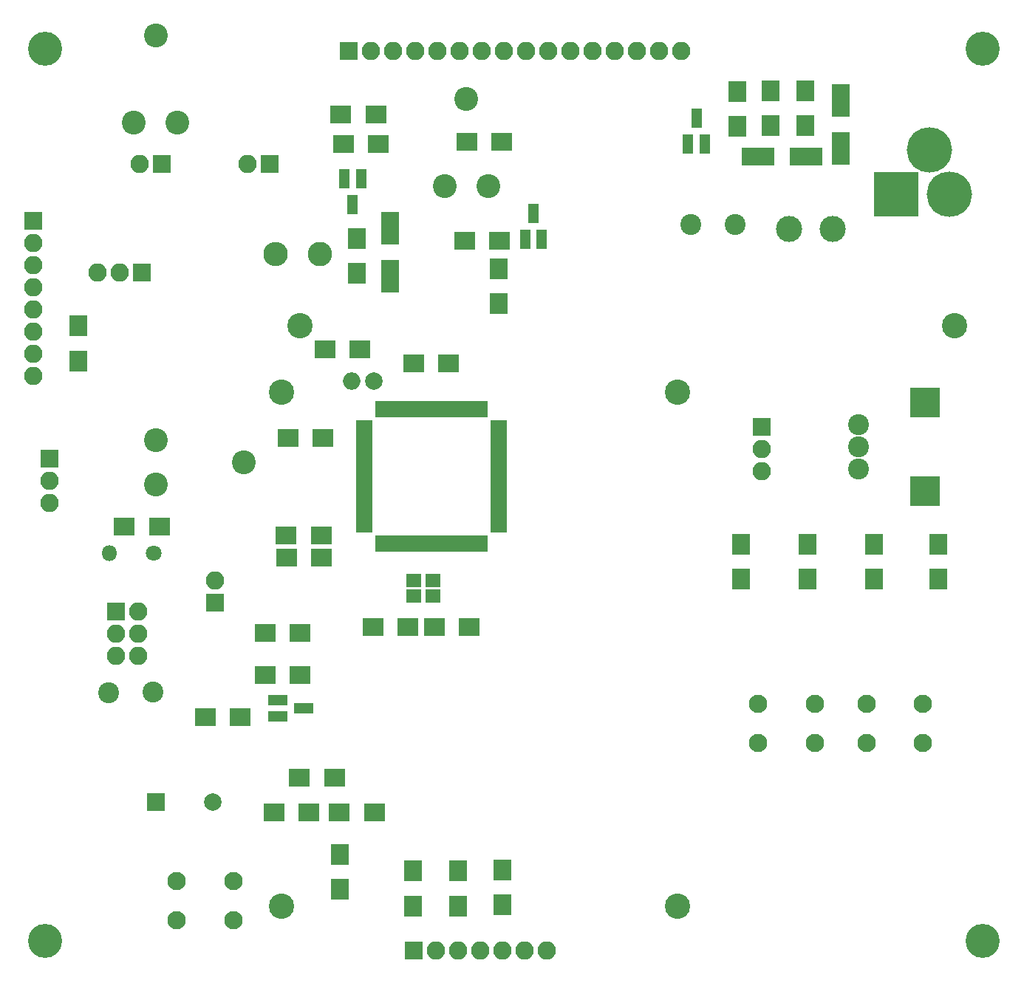
<source format=gts>
G04 #@! TF.FileFunction,Soldermask,Top*
%FSLAX46Y46*%
G04 Gerber Fmt 4.6, Leading zero omitted, Abs format (unit mm)*
G04 Created by KiCad (PCBNEW 4.0.7-e2-6376~61~ubuntu18.04.1) date Sat Mar 13 17:21:18 2021*
%MOMM*%
%LPD*%
G01*
G04 APERTURE LIST*
%ADD10C,0.100000*%
%ADD11R,1.900000X0.950000*%
%ADD12R,0.950000X1.900000*%
%ADD13C,2.740000*%
%ADD14R,2.400000X2.000000*%
%ADD15R,2.000000X2.000000*%
%ADD16C,2.000000*%
%ADD17R,2.000000X2.400000*%
%ADD18R,2.100000X2.400000*%
%ADD19R,3.700000X2.100000*%
%ADD20R,2.100000X3.700000*%
%ADD21C,2.400000*%
%ADD22C,5.200000*%
%ADD23R,5.200000X5.200000*%
%ADD24R,2.100000X2.100000*%
%ADD25O,2.100000X2.100000*%
%ADD26C,2.900000*%
%ADD27C,3.900000*%
%ADD28C,3.000000*%
%ADD29R,1.200000X2.300000*%
%ADD30R,2.300000X1.200000*%
%ADD31R,2.400000X2.100000*%
%ADD32C,1.800000*%
%ADD33O,1.800000X1.800000*%
%ADD34C,2.800000*%
%ADD35O,2.800000X2.800000*%
%ADD36C,2.100000*%
%ADD37R,3.400000X3.400000*%
%ADD38O,2.000000X2.000000*%
%ADD39R,1.800000X1.600000*%
G04 APERTURE END LIST*
D10*
D11*
X124126000Y-83662000D03*
X124126000Y-84462000D03*
X124126000Y-85262000D03*
X124126000Y-86062000D03*
X124126000Y-86862000D03*
X124126000Y-87662000D03*
X124126000Y-88462000D03*
X124126000Y-89262000D03*
X124126000Y-90062000D03*
X124126000Y-90862000D03*
X124126000Y-91662000D03*
X124126000Y-92462000D03*
X124126000Y-93262000D03*
X124126000Y-94062000D03*
X124126000Y-94862000D03*
X124126000Y-95662000D03*
D12*
X125826000Y-97362000D03*
X126626000Y-97362000D03*
X127426000Y-97362000D03*
X128226000Y-97362000D03*
X129026000Y-97362000D03*
X129826000Y-97362000D03*
X130626000Y-97362000D03*
X131426000Y-97362000D03*
X132226000Y-97362000D03*
X133026000Y-97362000D03*
X133826000Y-97362000D03*
X134626000Y-97362000D03*
X135426000Y-97362000D03*
X136226000Y-97362000D03*
X137026000Y-97362000D03*
X137826000Y-97362000D03*
D11*
X139526000Y-95662000D03*
X139526000Y-94862000D03*
X139526000Y-94062000D03*
X139526000Y-93262000D03*
X139526000Y-92462000D03*
X139526000Y-91662000D03*
X139526000Y-90862000D03*
X139526000Y-90062000D03*
X139526000Y-89262000D03*
X139526000Y-88462000D03*
X139526000Y-87662000D03*
X139526000Y-86862000D03*
X139526000Y-86062000D03*
X139526000Y-85262000D03*
X139526000Y-84462000D03*
X139526000Y-83662000D03*
D12*
X137826000Y-81962000D03*
X137026000Y-81962000D03*
X136226000Y-81962000D03*
X135426000Y-81962000D03*
X134626000Y-81962000D03*
X133826000Y-81962000D03*
X133026000Y-81962000D03*
X132226000Y-81962000D03*
X131426000Y-81962000D03*
X130626000Y-81962000D03*
X129826000Y-81962000D03*
X129026000Y-81962000D03*
X128226000Y-81962000D03*
X127426000Y-81962000D03*
X126626000Y-81962000D03*
X125826000Y-81962000D03*
D13*
X97717600Y-49085500D03*
X100217600Y-39085500D03*
X102717600Y-49085500D03*
D14*
X125127000Y-106934000D03*
X129127000Y-106934000D03*
X136112000Y-106934000D03*
X132112000Y-106934000D03*
D15*
X100266500Y-127000000D03*
D16*
X106766500Y-127000000D03*
D14*
X123602500Y-75057000D03*
X119602500Y-75057000D03*
X120681500Y-124206000D03*
X116681500Y-124206000D03*
X115195600Y-98933000D03*
X119195600Y-98933000D03*
D17*
X170688000Y-49434500D03*
X170688000Y-45434500D03*
X174625000Y-49434500D03*
X174625000Y-45434500D03*
X166878000Y-49561500D03*
X166878000Y-45561500D03*
D14*
X129762500Y-76708000D03*
X133762500Y-76708000D03*
D18*
X189865000Y-97441000D03*
X189865000Y-101441000D03*
X182499000Y-97441000D03*
X182499000Y-101441000D03*
X174879000Y-97441000D03*
X174879000Y-101441000D03*
X167259000Y-97441000D03*
X167259000Y-101441000D03*
D19*
X169208000Y-53022500D03*
X174708000Y-53022500D03*
D20*
X178689000Y-46589500D03*
X178689000Y-52089500D03*
D21*
X94805500Y-114427000D03*
X99885500Y-114417000D03*
X166624000Y-60769500D03*
X161544000Y-60759500D03*
D22*
X191139000Y-57340500D03*
D23*
X185039000Y-57340500D03*
D22*
X188849000Y-52260500D03*
D24*
X129774000Y-144008000D03*
D25*
X132314000Y-144008000D03*
X134854000Y-144008000D03*
X137394000Y-144008000D03*
X139934000Y-144008000D03*
X142474000Y-144008000D03*
X145014000Y-144008000D03*
D24*
X122287000Y-40862000D03*
D25*
X124827000Y-40862000D03*
X127367000Y-40862000D03*
X129907000Y-40862000D03*
X132447000Y-40862000D03*
X134987000Y-40862000D03*
X137527000Y-40862000D03*
X140067000Y-40862000D03*
X142607000Y-40862000D03*
X145147000Y-40862000D03*
X147687000Y-40862000D03*
X150227000Y-40862000D03*
X152767000Y-40862000D03*
X155307000Y-40862000D03*
X157847000Y-40862000D03*
X160387000Y-40862000D03*
D26*
X114661000Y-138928000D03*
X160000000Y-138928000D03*
D27*
X195000000Y-40640000D03*
X195000000Y-142938500D03*
X87566500Y-40640000D03*
X87566500Y-142938500D03*
D26*
X114661000Y-80000000D03*
X160000000Y-80000000D03*
X116699000Y-72358000D03*
X191756000Y-72358000D03*
D28*
X177800000Y-61277500D03*
X172800000Y-61277500D03*
D29*
X161229000Y-51601500D03*
X163129000Y-51601500D03*
X162179000Y-48601500D03*
X123733600Y-55523000D03*
X121833600Y-55523000D03*
X122783600Y-58523000D03*
D30*
X114171600Y-115318500D03*
X114171600Y-117218500D03*
X117171600Y-116268500D03*
D29*
X142534600Y-62523500D03*
X144434600Y-62523500D03*
X143484600Y-59523500D03*
D18*
X123228100Y-62389000D03*
X123228100Y-66389000D03*
D31*
X121418600Y-48196500D03*
X125418600Y-48196500D03*
D18*
X91351100Y-76422000D03*
X91351100Y-72422000D03*
D31*
X96615500Y-95377000D03*
X100615500Y-95377000D03*
D32*
X100012500Y-98425000D03*
D33*
X94932500Y-98425000D03*
D31*
X125253500Y-128143000D03*
X121253500Y-128143000D03*
X113760500Y-128143000D03*
X117760500Y-128143000D03*
X115157500Y-96393000D03*
X119157500Y-96393000D03*
D18*
X121348500Y-133001000D03*
X121348500Y-137001000D03*
D31*
X125736100Y-51562000D03*
X121736100Y-51562000D03*
D34*
X119037100Y-64135000D03*
D35*
X113957100Y-64135000D03*
D31*
X116744500Y-107569000D03*
X112744500Y-107569000D03*
X116719100Y-112395000D03*
X112719100Y-112395000D03*
X109886500Y-117221000D03*
X105886500Y-117221000D03*
D18*
X129730500Y-138906000D03*
X129730500Y-134906000D03*
X134874000Y-138906000D03*
X134874000Y-134906000D03*
X139954000Y-138779000D03*
X139954000Y-134779000D03*
D31*
X139579100Y-62611000D03*
X135579100Y-62611000D03*
D18*
X139547600Y-65881500D03*
X139547600Y-69881500D03*
D31*
X135833100Y-51308000D03*
X139833100Y-51308000D03*
X119348000Y-85217000D03*
X115348000Y-85217000D03*
D13*
X100266500Y-85551000D03*
X110266500Y-88051000D03*
X100266500Y-90551000D03*
X138324600Y-56388000D03*
X135824600Y-46388000D03*
X133324600Y-56388000D03*
D36*
X109116000Y-140580500D03*
X102616000Y-140580500D03*
X109116000Y-136080500D03*
X102616000Y-136080500D03*
X175765600Y-120197000D03*
X169265600Y-120197000D03*
X175765600Y-115697000D03*
X169265600Y-115697000D03*
X188148100Y-120197000D03*
X181648100Y-120197000D03*
X188148100Y-115697000D03*
X181648100Y-115697000D03*
D21*
X180721000Y-83756500D03*
X180721000Y-86296500D03*
X180721000Y-88836500D03*
D37*
X188341000Y-81216500D03*
X188341000Y-91376500D03*
D16*
X125222000Y-78740000D03*
D38*
X122682000Y-78740000D03*
D24*
X86207600Y-60325000D03*
D25*
X86207600Y-62865000D03*
X86207600Y-65405000D03*
X86207600Y-67945000D03*
X86207600Y-70485000D03*
X86207600Y-73025000D03*
X86207600Y-75565000D03*
X86207600Y-78105000D03*
D20*
X127101600Y-66694500D03*
X127101600Y-61194500D03*
D24*
X106997500Y-104140000D03*
D25*
X106997500Y-101600000D03*
D24*
X113258600Y-53848000D03*
D25*
X110718600Y-53848000D03*
D24*
X100876100Y-53848000D03*
D25*
X98336100Y-53848000D03*
D24*
X169672000Y-84010500D03*
D25*
X169672000Y-86550500D03*
X169672000Y-89090500D03*
D24*
X88074500Y-87630000D03*
D25*
X88074500Y-90170000D03*
X88074500Y-92710000D03*
D39*
X129773500Y-103339000D03*
X131973500Y-103339000D03*
X131973500Y-101639000D03*
X129773500Y-101639000D03*
D24*
X95694500Y-105156000D03*
D25*
X98234500Y-105156000D03*
X95694500Y-107696000D03*
X98234500Y-107696000D03*
X95694500Y-110236000D03*
X98234500Y-110236000D03*
D24*
X98653600Y-66294000D03*
D25*
X96113600Y-66294000D03*
X93573600Y-66294000D03*
M02*

</source>
